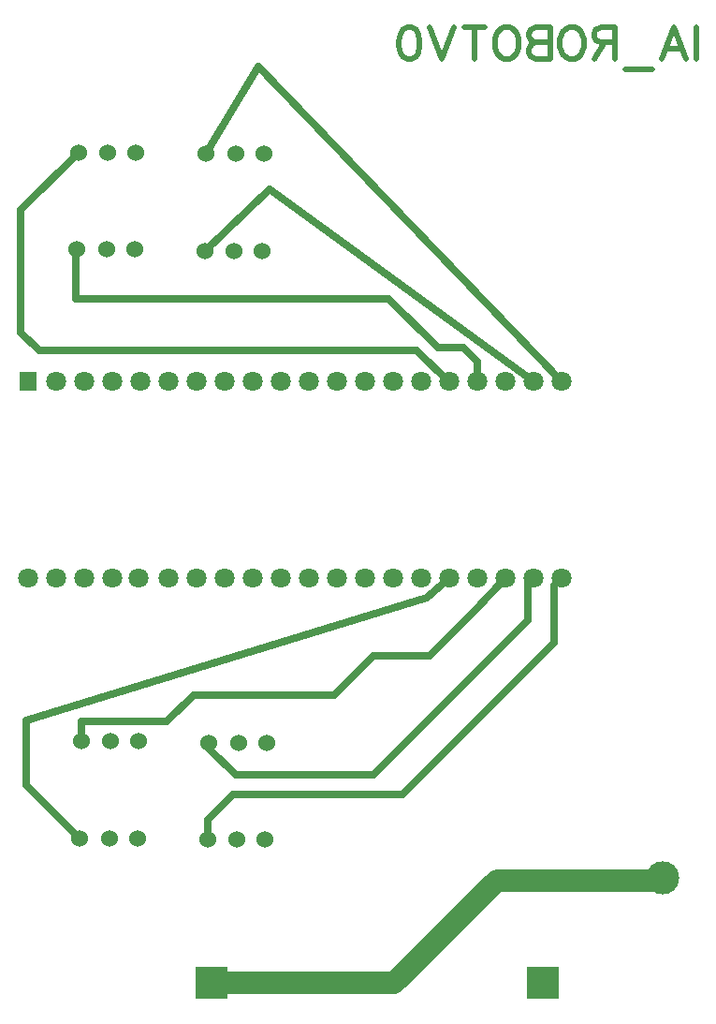
<source format=gbl>
G04 Layer: BottomLayer*
G04 EasyEDA v6.5.22, 2023-01-23 21:57:17*
G04 de8440b1728b4b1fa777d768a3c70a3b,04e00c2877c74564a5b2718db8136e36,10*
G04 Gerber Generator version 0.2*
G04 Scale: 100 percent, Rotated: No, Reflected: No *
G04 Dimensions in millimeters *
G04 leading zeros omitted , absolute positions ,4 integer and 5 decimal *
%FSLAX45Y45*%
%MOMM*%

%ADD10C,0.5000*%
%ADD11C,2.0000*%
%ADD12C,0.7000*%
%ADD13C,1.5240*%
%ADD14C,1.8000*%
%ADD15R,1.5748X1.8000*%
%ADD16R,3.0000X3.0000*%
%ADD17C,3.0000*%

%LPD*%
D10*
X6388100Y8926027D02*
G01*
X6388100Y8639662D01*
X6189009Y8926027D02*
G01*
X6298100Y8639662D01*
X6189009Y8926027D02*
G01*
X6079919Y8639662D01*
X6257190Y8735118D02*
G01*
X6120828Y8735118D01*
X5989919Y8544209D02*
G01*
X5744463Y8544209D01*
X5654464Y8926027D02*
G01*
X5654464Y8639662D01*
X5654464Y8926027D02*
G01*
X5531738Y8926027D01*
X5490829Y8912390D01*
X5477192Y8898752D01*
X5463555Y8871480D01*
X5463555Y8844208D01*
X5477192Y8816936D01*
X5490829Y8803299D01*
X5531738Y8789662D01*
X5654464Y8789662D01*
X5559010Y8789662D02*
G01*
X5463555Y8639662D01*
X5291739Y8926027D02*
G01*
X5319011Y8912390D01*
X5346283Y8885118D01*
X5359920Y8857846D01*
X5373555Y8816936D01*
X5373555Y8748753D01*
X5359920Y8707846D01*
X5346283Y8680571D01*
X5319011Y8653299D01*
X5291739Y8639662D01*
X5237192Y8639662D01*
X5209920Y8653299D01*
X5182649Y8680571D01*
X5169011Y8707846D01*
X5155374Y8748753D01*
X5155374Y8816936D01*
X5169011Y8857846D01*
X5182649Y8885118D01*
X5209920Y8912390D01*
X5237192Y8926027D01*
X5291739Y8926027D01*
X5065374Y8926027D02*
G01*
X5065374Y8639662D01*
X5065374Y8926027D02*
G01*
X4942649Y8926027D01*
X4901740Y8912390D01*
X4888102Y8898752D01*
X4874465Y8871480D01*
X4874465Y8844208D01*
X4888102Y8816936D01*
X4901740Y8803299D01*
X4942649Y8789662D01*
X5065374Y8789662D02*
G01*
X4942649Y8789662D01*
X4901740Y8776027D01*
X4888102Y8762390D01*
X4874465Y8735118D01*
X4874465Y8694209D01*
X4888102Y8666937D01*
X4901740Y8653299D01*
X4942649Y8639662D01*
X5065374Y8639662D01*
X4702649Y8926027D02*
G01*
X4729921Y8912390D01*
X4757193Y8885118D01*
X4770831Y8857846D01*
X4784465Y8816936D01*
X4784465Y8748753D01*
X4770831Y8707846D01*
X4757193Y8680571D01*
X4729921Y8653299D01*
X4702649Y8639662D01*
X4648103Y8639662D01*
X4620831Y8653299D01*
X4593556Y8680571D01*
X4579922Y8707846D01*
X4566284Y8748753D01*
X4566284Y8816936D01*
X4579922Y8857846D01*
X4593556Y8885118D01*
X4620831Y8912390D01*
X4648103Y8926027D01*
X4702649Y8926027D01*
X4380831Y8926027D02*
G01*
X4380831Y8639662D01*
X4476285Y8926027D02*
G01*
X4285376Y8926027D01*
X4195376Y8926027D02*
G01*
X4086285Y8639662D01*
X3977195Y8926027D02*
G01*
X4086285Y8639662D01*
X3805377Y8926027D02*
G01*
X3846286Y8912390D01*
X3873558Y8871480D01*
X3887195Y8803299D01*
X3887195Y8762390D01*
X3873558Y8694209D01*
X3846286Y8653299D01*
X3805377Y8639662D01*
X3778105Y8639662D01*
X3737195Y8653299D01*
X3709924Y8694209D01*
X3696286Y8762390D01*
X3696286Y8803299D01*
X3709924Y8871480D01*
X3737195Y8912390D01*
X3778105Y8926027D01*
X3805377Y8926027D01*
D11*
X1999995Y289999D02*
G01*
X3655499Y289999D01*
X4584700Y1219200D01*
X6057900Y1219200D01*
X6083300Y1244600D01*
D12*
X4154357Y3948437D02*
G01*
X3949700Y3771900D01*
X330200Y2667000D01*
X330200Y2082800D01*
X812800Y1600200D01*
X4662357Y3948437D02*
G01*
X4381500Y3657600D01*
X825500Y2476500D02*
G01*
X825500Y2654300D01*
X1600200Y2654300D01*
X1841500Y2895600D01*
X3111500Y2895600D01*
X3467100Y3251200D01*
X3975100Y3251200D01*
X4381500Y3657600D01*
X1968500Y1587500D02*
G01*
X1968500Y1765300D01*
X2197100Y1993900D01*
X3733800Y1993900D01*
X5105400Y3365500D01*
X5105400Y3883479D01*
X5170357Y3948437D01*
X1981200Y2463800D02*
G01*
X1981200Y2413000D01*
X2222500Y2171700D01*
X3467100Y2171700D01*
X4864100Y3568700D01*
X4864100Y3896179D01*
X4916357Y3948437D01*
X4408357Y5726437D02*
G01*
X4408357Y5904042D01*
X4279900Y6032500D01*
X4051300Y6032500D01*
X3606800Y6477000D01*
X774700Y6477000D01*
X774700Y6908800D01*
X787400Y6921500D01*
X4154357Y5726437D02*
G01*
X4141462Y5726437D01*
X3860800Y6007100D01*
X444500Y6007100D01*
X279400Y6172200D01*
X279400Y7277100D01*
X800100Y7797800D01*
X4916357Y5726437D02*
G01*
X2527300Y7467600D01*
X1943100Y6908800D01*
X5170357Y5726437D02*
G01*
X2425700Y8572500D01*
X1955800Y7785100D01*
D13*
G01*
X1346200Y2476500D03*
G01*
X1092200Y2476500D03*
G01*
X825500Y2476500D03*
D14*
G01*
X5170347Y5726429D03*
G01*
X4916347Y5726429D03*
G01*
X4662347Y5726429D03*
G01*
X4408347Y5726429D03*
G01*
X4154347Y5726429D03*
G01*
X3900347Y5726429D03*
G01*
X3646347Y5726429D03*
G01*
X3392347Y5726429D03*
G01*
X3138347Y5726429D03*
G01*
X2884347Y5726429D03*
G01*
X2630347Y5726429D03*
G01*
X2376347Y5726429D03*
G01*
X2122347Y5726429D03*
G01*
X1868347Y5726429D03*
G01*
X1614347Y5726429D03*
G01*
X1360347Y5726429D03*
G01*
X1106347Y5726429D03*
G01*
X852347Y5726429D03*
G01*
X598347Y5726429D03*
D15*
G01*
X344347Y5726429D03*
D14*
G01*
X5170347Y3948429D03*
G01*
X4916347Y3948429D03*
G01*
X4662347Y3948429D03*
G01*
X4408347Y3948429D03*
G01*
X4154347Y3948429D03*
G01*
X3900347Y3948429D03*
G01*
X3646347Y3948429D03*
G01*
X3392347Y3948429D03*
G01*
X3138347Y3948429D03*
G01*
X2884347Y3948429D03*
G01*
X2630347Y3948429D03*
G01*
X2376347Y3948429D03*
G01*
X2122347Y3948429D03*
G01*
X1868347Y3948429D03*
G01*
X1614347Y3948429D03*
G01*
X1340027Y3948429D03*
G01*
X1106347Y3948429D03*
G01*
X852347Y3948429D03*
G01*
X598347Y3948429D03*
G01*
X344347Y3948429D03*
D16*
G01*
X1999995Y289991D03*
G01*
X4999990Y289991D03*
D13*
G01*
X812800Y1600200D03*
G01*
X1079500Y1600200D03*
G01*
X1333500Y1600200D03*
G01*
X2489200Y1587500D03*
G01*
X2235200Y1587500D03*
G01*
X1968500Y1587500D03*
G01*
X1981200Y2463800D03*
G01*
X2247900Y2463800D03*
G01*
X2501900Y2463800D03*
G01*
X2476500Y7785100D03*
G01*
X2222500Y7785100D03*
G01*
X1955800Y7785100D03*
G01*
X1943100Y6908800D03*
G01*
X2209800Y6908800D03*
G01*
X2463800Y6908800D03*
G01*
X1308100Y6921500D03*
G01*
X1054100Y6921500D03*
G01*
X787400Y6921500D03*
G01*
X800100Y7797800D03*
G01*
X1066800Y7797800D03*
G01*
X1320800Y7797800D03*
D17*
G01*
X6083300Y1244600D03*
M02*

</source>
